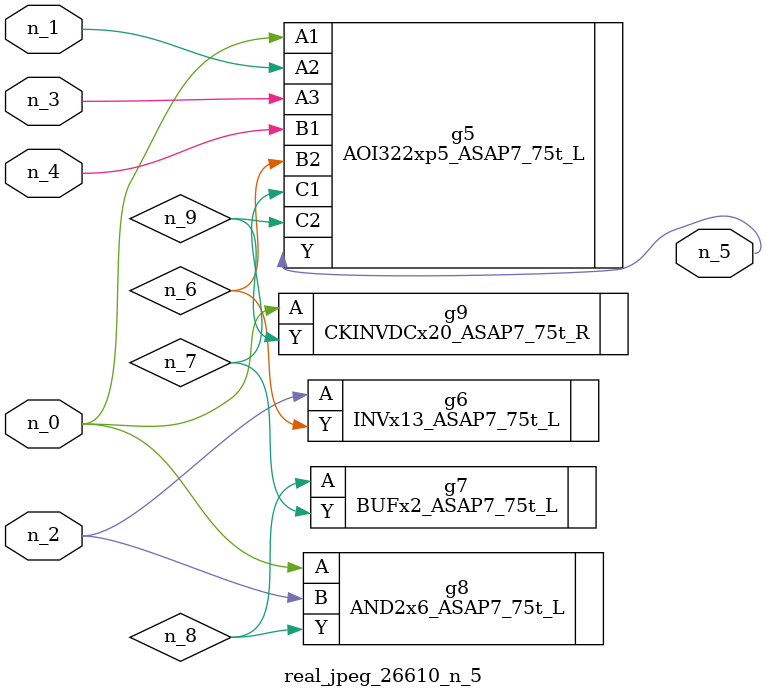
<source format=v>
module real_jpeg_26610_n_5 (n_4, n_0, n_1, n_2, n_3, n_5);

input n_4;
input n_0;
input n_1;
input n_2;
input n_3;

output n_5;

wire n_8;
wire n_6;
wire n_7;
wire n_9;

AOI322xp5_ASAP7_75t_L g5 ( 
.A1(n_0),
.A2(n_1),
.A3(n_3),
.B1(n_4),
.B2(n_6),
.C1(n_7),
.C2(n_9),
.Y(n_5)
);

AND2x6_ASAP7_75t_L g8 ( 
.A(n_0),
.B(n_2),
.Y(n_8)
);

CKINVDCx20_ASAP7_75t_R g9 ( 
.A(n_0),
.Y(n_9)
);

INVx13_ASAP7_75t_L g6 ( 
.A(n_2),
.Y(n_6)
);

BUFx2_ASAP7_75t_L g7 ( 
.A(n_8),
.Y(n_7)
);


endmodule
</source>
